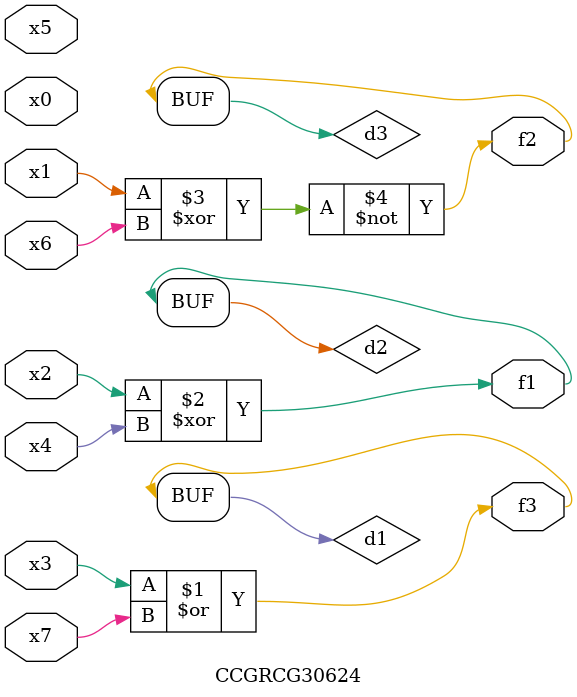
<source format=v>
module CCGRCG30624(
	input x0, x1, x2, x3, x4, x5, x6, x7,
	output f1, f2, f3
);

	wire d1, d2, d3;

	or (d1, x3, x7);
	xor (d2, x2, x4);
	xnor (d3, x1, x6);
	assign f1 = d2;
	assign f2 = d3;
	assign f3 = d1;
endmodule

</source>
